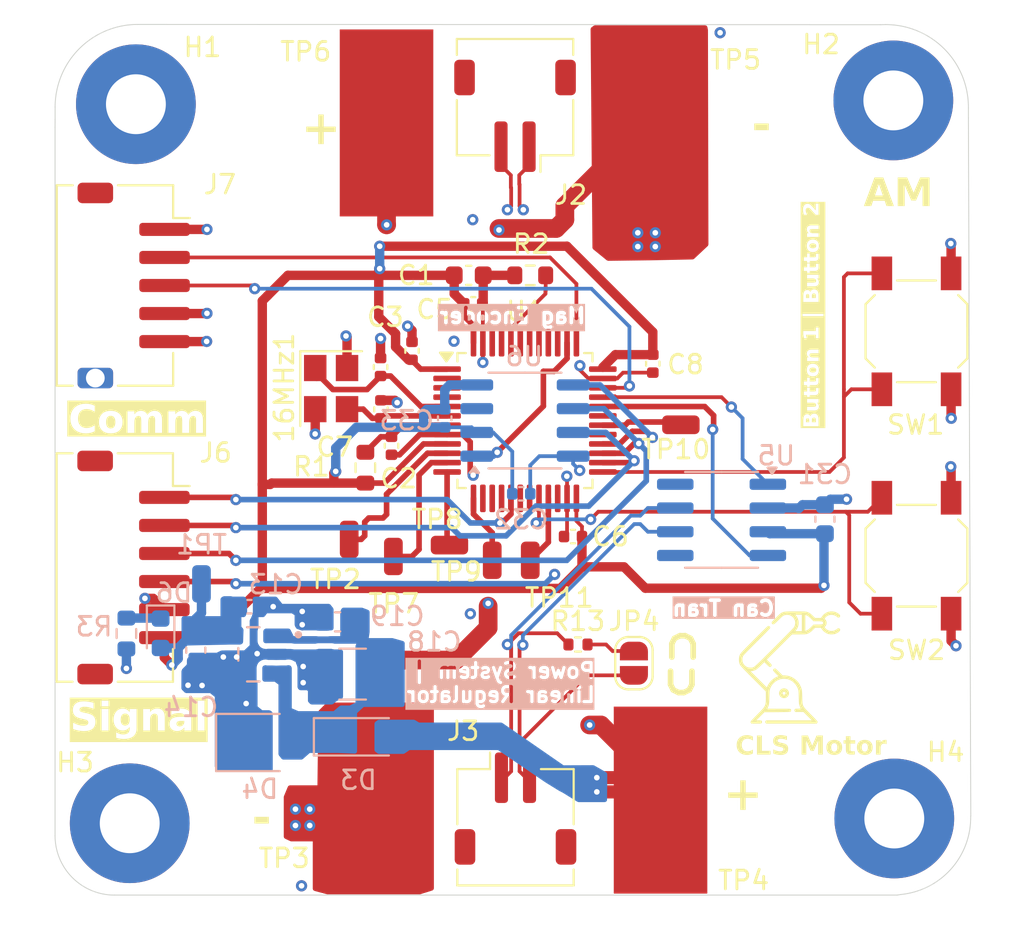
<source format=kicad_pcb>
(kicad_pcb (version 20240108) (generator "pcbnew") (generator_version "8.0")
  (layers (0 "F.Cu" signal) (1 "In1.Cu" power) (2 "In2.Cu" power) (3 "In3.Cu" signal) (4 "In4.Cu" power) (31 "B.Cu" signal) (34 "B.Paste" user) (35 "F.Paste" user) (36 "B.SilkS" user "B.Silkscreen") (37 "F.SilkS" user "F.Silkscreen") (38 "B.Mask" user) (39 "F.Mask" user) (44 "Edge.Cuts" user))
  (property "SHEETTOTAL" "1")
  (net 0 "")
  (net 1 "+3.3V")
  (net 2 "GND")
  (net 3 "CAN_TX")
  (net 4 "CAN_RX")
  (net 5 "VCC")
  (net 6 "/MCU_NRST")
  (net 7 "SPI2_SCK")
  (net 8 "/MCU_BOOT0")
  (net 9 "Net-(JP4-A)")
  (net 10 "BTN_1")
  (net 11 "BTN_2")
  (net 12 "SPI2_MISO")
  (net 13 "/MCU_OSC_IN")
  (net 15 "/MCU_OSC_OUT")
  (net 17 "SPI2_MOSI")
  (net 19 "MT6816_CS")
  (net 23 "VCC_IN_5V")
  (net 25 "/INDEX")
  (net 27 "SWDIO")
  (net 31 "MT6816_AUX_CS")
  (net 34 "SWCLK")
  (net 35 "/ENN")
  (net 44 "/Power Supply/PWR_LED_K")
  (net 45 "/DIR")
  (net 46 "/STEP")
  (net 47 "/PDN_UART")
  (net 48 "/IN_PWN")
  (net 49 "/Connection Ports/CAN_N")
  (net 50 "/Connection Ports/CAN_P")
  (footprint "MountingHole:MountingHole_3.2mm_M3_Pad" (layer "F.Cu") (at 161.8096 112.3752)
    (property "Reference" "H4")
    (property "Value" "MountingHole_Pad")
  )
  (footprint "Connector_Wire:SolderWirePad_1x01_SMD_5x10mm" (layer "F.Cu") (at 134.668 75.1752)
    (property "Reference" "TP6")
    (property "Value" "TestPoint")
  )
  (footprint "Capacitor_SMD:C_0402_1005Metric" (layer "F.Cu") (at 134.3488 88.2306 90)
    (property "Reference" "C4" (hide yes))
    (property "Value" "10pF")
  )
  (footprint "Connector_JST:JST_ZH_S6B-ZR-SM4A-TF_1x06-1MP_P1.50mm_Horizontal" (layer "F.Cu") (at 121.142 98.9522 -90)
    (property "Reference" "J6")
    (property "Value" "Conn_01x06")
  )
  (footprint "Button_Switch_SMD:SW_SPST_SKQG_WithStem" (layer "F.Cu") (at 162.996 98.3212 -90)
    (property "Reference" "SW2")
    (property "Value" "SW_Push")
  )
  (footprint "Connector_Wire:SolderWirePad_1x01_SMD_1x2mm" (layer "F.Cu") (at 138.032 97.7524 90)
    (property "Reference" "TP8")
    (property "Value" "TestPoint")
  )
  (footprint "Jumper:SolderJumper-2_P1.3mm_Open_RoundedPad1.0x1.5mm" (layer "F.Cu") (at 147.892 104.0692 -90)
    (property "Reference" "JP4")
    (property "Value" "SolderJumper_2_Open")
  )
  (footprint "Capacitor_SMD:C_0402_1005Metric" (layer "F.Cu") (at 148.902 88.0492 -90)
    (property "Reference" "C8")
    (property "Value" "100nF" (hide yes))
  )
  (footprint "LOGO" (layer "F.Cu") (at 156.21 104.3)
    (property "Reference" "G***" (hide yes))
    (property "Value" "LOGO" (hide yes))
  )
  (footprint "Capacitor_SMD:C_0402_1005Metric" (layer "F.Cu") (at 134.9332 92.4412 -90)
    (property "Reference" "C2")
    (property "Value" "100nF")
  )
  (footprint "Connector_Wire:SolderWirePad_1x01_SMD_1x2mm" (layer "F.Cu") (at 132.6726 97.4476 180)
    (property "Reference" "TP2")
    (property "Value" "TestPoint")
  )
  (footprint "Connector_Wire:SolderWirePad_1x01_SMD_1x2mm" (layer "F.Cu") (at 135.0348 98.362 180)
    (property "Reference" "TP7")
    (property "Value" "TestPoint")
  )
  (footprint "MountingHole:MountingHole_3.2mm_M3_Pad" (layer "F.Cu") (at 121.2712 74.1736)
    (property "Reference" "H1")
    (property "Value" "MountingHole_Pad")
  )
  (footprint "Connector_Wire:SolderWirePad_1x01_SMD_1x2mm" (layer "F.Cu") (at 140.318 98.5652 180)
    (property "Reference" "TP9")
    (property "Value" "TestPoint")
  )
  (footprint "Button_Switch_SMD:SW_SPST_SKQG_WithStem" (layer "F.Cu") (at 162.996 86.3212 -90)
    (property "Reference" "SW1")
    (property "Value" "SW_Push")
  )
  (footprint "Connector_Wire:SolderWirePad_1x01_SMD_1x2mm" (layer "F.Cu") (at 150.402 91.3192 90)
    (property "Reference" "TP10")
    (property "Value" "TestPoint")
  )
  (footprint "Capacitor_SMD:C_0402_1005Metric" (layer "F.Cu") (at 139.302 84.8492)
    (property "Reference" "C5")
    (property "Value" "100nF" (hide yes))
  )
  (footprint "Connector_JST:JST_ZH_S2B-ZR-SM4A-TF_1x02-1MP_P1.50mm_Horizontal" (layer "F.Cu") (at 141.562 111.8442)
    (property "Reference" "J3")
    (property "Value" "Conn_01x02")
  )
  (footprint "Connector_Wire:SolderWirePad_1x01_SMD_5x10mm" (layer "F.Cu") (at 133.9942 111.421)
    (property "Reference" "TP3")
    (property "Value" "TestPoint")
  )
  (footprint "Connector_Wire:SolderWirePad_1x01_SMD_1x2mm" (layer "F.Cu") (at 142.35 98.5652)
    (property "Reference" "TP11")
    (property "Value" "TestPoint")
  )
  (footprint "Resistor_SMD:R_0402_1005Metric" (layer "F.Cu") (at 144.902 103.0692)
    (property "Reference" "R13")
    (property "Value" "120R")
  )
  (footprint "Connector_Wire:SolderWirePad_1x01_SMD_5x10mm" (layer "F.Cu") (at 148.638 75.1752)
    (property "Reference" "TP5")
    (property "Value" "TestPoint")
  )
  (footprint "Connector_JST:JST_ZH_S5B-ZR-SM4A-TF_1x05-1MP_P1.50mm_Horizontal" (layer "F.Cu") (at 121.152 83.8692 -90)
    (property "Reference" "J7")
    (property "Value" "Conn_01x05")
  )
  (footprint "MountingHole:MountingHole_3.2mm_M3_Pad" (layer "F.Cu") (at 161.7588 73.9704)
    (property "Reference" "H2")
    (property "Value" "MountingHole_Pad")
  )
  (footprint "Resistor_SMD:R_0603_1608Metric" (layer "F.Cu") (at 133.5362 93.6122 -90)
    (property "Reference" "R1")
    (property "Value" "10k")
  )
  (footprint "Capacitor_SMD:C_0402_1005Metric" (layer "F.Cu") (at 144.636 97.2952 180)
    (property "Reference" "C6")
    (property "Value" "100nF" (hide yes))
  )
  (footprint "Capacitor_SMD:C_0603_1608Metric" (layer "F.Cu") (at 139.061 83.3252)
    (property "Reference" "C1")
    (property "Value" "10µF")
  )
  (footprint "MountingHole:MountingHole_3.2mm_M3_Pad" (layer "F.Cu") (at 120.941 112.6292)
    (property "Reference" "H3")
    (property "Value" "MountingHole_Pad")
  )
  (footprint "Crystal:Crystal_SMD_3225-4Pin_3.2x2.5mm" (layer "F.Cu") (at 131.7068 89.3836 -90)
    (property "Reference" "16MHz1")
    (property "Value" "Crystal_GND24" (hide yes))
  )
  (footprint "Capacitor_SMD:C_0402_1005Metric" (layer "F.Cu") (at 136.03 87.3622 90)
    (property "Reference" "C3")
    (property "Value" "100nF" (hide yes))
  )
  (footprint "Connector_JST:JST_ZH_S2B-ZR-SM4A-TF_1x02-1MP_P1.50mm_Horizontal" (layer "F.Cu") (at 141.538 74.7952 180)
    (property "Reference" "J2")
    (property "Value" "Conn_01x02")
  )
  (footprint "Package_QFP:LQFP-48_7x7mm_P0.5mm" (layer "F.Cu") (at 142.0675 91.0922)
    (property "Reference" "U1")
    (property "Value" "STM32F103CBTx")
  )
  (footprint "Capacitor_SMD:C_0402_1005Metric" (layer "F.Cu") (at 134.3688 90.4906 90)
    (property "Reference" "C7")
    (property "Value" "10pF")
  )
  (footprint "Connector_Wire:SolderWirePad_1x01_SMD_5x10mm" (layer "F.Cu") (at 149.315 111.3922)
    (property "Reference" "TP4")
    (property "Value" "TestPoint")
  )
  (footprint "Resistor_SMD:R_0603_1608Metric" (layer "F.Cu") (at 142.35 83.3252)
    (property "Reference" "R2")
    (property "Value" "10k")
  )
  (footprint "Capacitor_SMD:C_0603_1608Metric" (layer "B.Cu") (at 124.4716 103.3706 90)
    (property "Reference" "C14")
    (property "Value" "10µF")
  )
  (footprint "Diode_SMD:D_SOD-123" (layer "B.Cu") (at 133.1442 108.0064)
    (property "Reference" "D3")
    (property "Value" "D_Filled")
  )
  (footprint "Diode_SMD:D_0603_1608Metric" (layer "B.Cu") (at 122.592 102.4692 -90)
    (property "Reference" "D6")
    (property "Value" "RED")
  )
  (footprint "Capacitor_SMD:C_0402_1005Metric" (layer "B.Cu") (at 137.778 90.9732 90)
    (property "Reference" "C33")
    (property "Value" "1µF")
  )
  (footprint "LP2992_3_3:SOT95P280X145-5N" (layer "B.Cu") (at 127.5448 103.5962 180)
    (property "Reference" "U3" (hide yes))
    (property "Value" "LP2992AIM5-3.3")
  )
  (footprint "Capacitor_SMD:C_1210_3225Metric" (layer "B.Cu") (at 132.8554 104.6536 180)
    (property "Reference" "C18")
    (property "Value" "100µF")
  )
  (footprint "Capacitor_SMD:C_0402_1005Metric" (layer "B.Cu") (at 127.3392 101.0468)
    (property "Reference" "C13")
    (property "Value" "0.1µF")
  )
  (footprint "Resistor_SMD:R_0603_1608Metric" (layer "B.Cu") (at 120.7632 102.4814 90)
    (property "Reference" "R3")
    (property "Value" "1.8K")
  )
  (footprint "Package_SO:SOIC-8_3.9x4.9mm_P1.27mm" (layer "B.Cu") (at 152.577 96.4042 180)
    (property "Reference" "U5")
    (property "Value" "SN65HVD232")
  )
  (footprint "Package_SO:SO-8_3.9x4.9mm_P1.27mm" (layer "B.Cu") (at 142.0675 91.0922)
    (property "Reference" "U6")
    (property "Value" "MT6816CT")
  )
  (footprint "Connector_Wire:SolderWirePad_1x01_SMD_1x2mm" (layer "B.Cu") (at 124.7764 99.8276)
    (property "Reference" "TP1")
    (property "Value" "TestPoint")
  )
  (footprint "Capacitor_SMD:C_0603_1608Metric" (layer "B.Cu") (at 158.102 96.3692 90)
    (property "Reference" "C31")
    (property "Value" "10µF")
  )
  (footprint "Diode_SMD:D_SMP_DO-220AA" (layer "B.Cu") (at 127.8483 108.3112)
    (property "Reference" "D4")
    (property "Value" "D_TVS")
  )
  (footprint "Capacitor_SMD:C_0603_1608Metric" (layer "B.Cu") (at 132.0538 101.8596 180)
    (property "Reference" "C19")
    (property "Value" "10µF")
  )
  (footprint "Capacitor_SMD:C_0402_1005Metric" (layer "B.Cu") (at 141.87 95.0092)
    (property "Reference" "C32")
    (property "Value" "100nF")
  )
  (gr_arc (start 120.125 116.4722) (mid 117.879936 115.542264) (end 116.95 113.2972) (stroke (width 0.05)) (layer "Edge.Cuts"))
  (gr_arc (start 116.9532 74.326) (mid 118.247671 71.200871) (end 121.3728 69.9064) (stroke (width 0.05)) (layer "Edge.Cuts"))
  (gr_line (start 165.772 74.3768) (end 165.772 74.9092) (stroke (width 0.05)) (layer "Edge.Cuts"))
  (gr_line (start 116.9532 74.326) (end 116.9532 74.9864) (stroke (width 0.05)) (layer "Edge.Cuts"))
  (gr_line (start 161.073 69.9208) (end 161.3524 69.9154) (stroke (width 0.05)) (layer "Edge.Cuts"))
  (gr_line (start 116.95 75.4092) (end 116.9532 74.9864) (stroke (width 0.05)) (layer "Edge.Cuts"))
  (gr_line (start 161.073 69.9208) (end 121.3728 69.9064) (stroke (width 0.05)) (layer "Edge.Cuts"))
  (gr_line (start 165.899 112.2482) (end 165.772 74.9092) (stroke (width 0.05)) (layer "Edge.Cuts"))
  (gr_arc (start 165.89292 112.248312) (mid 164.848293 115.072449) (end 162.1652 116.4392) (stroke (width 0.05)) (layer "Edge.Cuts"))
  (gr_line (start 116.95 75.4092) (end 116.95 113.2972) (stroke (width 0.05)) (layer "Edge.Cuts"))
  (gr_line (start 120.125 116.4722) (end 161.962 116.4722) (stroke (width 0.05)) (layer "Edge.Cuts"))
  (gr_line (start 161.962 116.4722) (end 162.1652 116.4392) (stroke (width 0.05)) (layer "Edge.Cuts"))
  (gr_arc (start 161.3524 69.9154) (mid 164.489705 71.222095) (end 165.771865 74.369507) (stroke (width 0.05)) (layer "Edge.Cuts"))
  (gr_text "Mag Encoder" (at 145.4012 85.9592 0) (layer "B.SilkS" knockout) (effects (font (size 0.8 0.8) (thickness 0.2) (bold yes)) (justify left bottom mirror)))
  (gr_text "Power System | \nLinear Regulator" (at 145.9092 106.2284 0) (layer "B.SilkS" knockout) (effects (font (size 0.8 0.8) (thickness 0.175) (bold yes)) (justify left bottom mirror)))
  (gr_text "Can Tran\n" (at 155.5104 101.6056 0) (layer "B.SilkS" knockout) (effects (font (size 0.8 0.8) (thickness 0.2) (bold yes)) (justify left bottom mirror)))
  (gr_text "∩" (at 149.3636 103.9424 0) (layer "F.SilkS") (effects (font (size 1.5 1.5) (thickness 0.3) (bold yes)) (justify left bottom)))
  (gr_text "Comm" (at 117.6644 92.0044 0) (layer "F.SilkS" knockout) (effects (font (size 1.5 1.5) (thickness 0.3) (bold yes)) (justify left bottom)))
  (gr_text "+" (at 130.1104 76.612 0) (layer "F.SilkS") (effects (font (size 1.8 1.8) (thickness 0.3) (bold yes)) (justify left bottom)))
  (gr_text "+" (at 152.6656 112.2228 0) (layer "F.SilkS") (effects (font (size 1.8 1.8) (thickness 0.3) (bold yes)) (justify left bottom)))
  (gr_text "-" (at 154.1896 76.4088 0) (layer "F.SilkS") (effects (font (size 1.8 1.8) (thickness 0.3) (bold yes)) (justify left bottom)))
  (gr_text "∩" (at 151.548 104.298 180) (layer "F.SilkS") (effects (font (size 1.5 1.5) (thickness 0.3) (bold yes)) (justify left bottom)))
  (gr_text "AM\n" (at 160.175 79.875 0) (layer "F.SilkS") (effects (font (size 1.5 1.5) (thickness 0.3) (bold yes)) (justify left bottom)))
  (gr_text "CLS Motor" (at 153.3144 109.126 0) (layer "F.SilkS") (effects (font (size 1 1) (thickness 0.25) (bold yes)) (justify left bottom)))
  (gr_text "Button 1 | Button 2\n" (at 157.898 91.4964 90) (layer "F.SilkS" knockout) (effects (font (size 0.8 0.8) (thickness 0.2) (bold yes)) (justify left bottom)))
  (gr_text "Signal" (at 117.75 107.925 0) (layer "F.SilkS" knockout) (effects (font (size 1.5 1.5) (thickness 0.3) (bold yes)) (justify left bottom)))
  (gr_text "-" (at 127.4688 113.4928 0) (layer "F.SilkS") (effects (font (size 1.8 1.8) (thickness 0.3) (bold yes)) (justify left bottom)))
  (segment (start 119.015 88.4522) (end 118.965 88.4022) (width 0.2) (layer "F.Cu") (net 0))
  (segment (start 128.0276 84.6936) (end 128.3092 84.412) (width 0.5) (layer "F.Cu") (net 1))
  (segment (start 138.286 83.3252) (end 138.286 84.3132) (width 0.5) (layer "F.Cu") (net 1))
  (segment (start 139.3175 86.0147) (end 138.822 85.5192) (width 0.3) (layer "F.Cu") (net 1))
  (segment (start 145.116 97.2952) (end 145.116 96.7592) (width 0.2) (layer "F.Cu") (net 1))
  (segment (start 145.116 98.915861) (end 147.358661 98.915861) (width 0.5) (layer "F.Cu") (net 1))
  (segment (start 135.841734 87.8422) (end 136.03 87.8422) (width 0.5) (layer "F.Cu") (net 1))
  (segment (start 134.252 83.3252) (end 134.252 83.0192) (width 0.5) (layer "F.Cu") (net 1))
  (segment (start 146.903 87.5692) (end 146.23 88.2422) (width 0.5) (layer "F.Cu") (net 1))
  (segment (start 139.3175 86.9297) (end 139.3175 86.0147) (width 0.3) (layer "F.Cu") (net 1))
  (segment (start 122.792 102.7022) (end 122.792 103.7674) (width 0.5) (layer "F.Cu") (net 1))
  (segment (start 134.555167 94.4372) (end 136.650167 92.3422) (width 0.3) (layer "F.Cu") (net 1))
  (segment (start 122.792 102.7022) (end 125.3054 102.7022) (width 0.5) (layer "F.Cu") (net 1))
  (segment (start 138.286 83.3252) (end 134.252 83.3252) (width 0.5) (layer "F.Cu") (net 1))
  (segment (start 133.5362 94.4372) (end 134.555167 94.4372) (width 0.3) (layer "F.Cu") (net 1))
  (segment (start 128.0276 94.5092) (end 128.452 94.5092) (width 0.5) (layer "F.Cu") (net 1))
  (segment (start 134.252 83.3252) (end 129.396 83.3252) (width 0.5) (layer "F.Cu") (net 1))
  (segment (start 144.312 81.7692) (end 148.902 86.3592) (width 0.5) (layer "F.Cu") (net 1))
  (segment (start 136.650167 92.3422) (end 137.905 92.3422) (width 0.3) (layer "F.Cu") (net 1))
  (segment (start 135.152 86.445739) (end 135.152 87.152466) (width 0.5) (layer "F.Cu") (net 1))
  (segment (start 134.252 83.3252) (end 134.252 85.545739) (width 0.5) (layer "F.Cu") (net 1))
  (segment (start 131.852 94.4372) (end 131.852 93.9092) (width 0.5) (layer "F.Cu") (net 1))
  (segment (start 128.452 94.5092) (end 128.524 94.4372) (width 0.5) (layer "F.Cu") (net 1))
  (segment (start 128.524 94.4372) (end 131.852 94.4372) (width 0.5) (layer "F.Cu") (net 1))
  (segment (start 147.358661 98.915861) (end 148.502 100.0592) (width 0.5) (layer "F.Cu") (net 1))
  (segment (start 134.252 83.0192) (end 134.302 82.9692) (width 0.5) (layer "F.Cu") (net 1))
  (segment (start 134.252 85.545739) (end 135.152 86.445739) (width 0.5) (layer "F.Cu") (net 1))
  (segment (start 136.495 88.3422) (end 137.905 88.3422) (width 0.3) (layer "F.Cu") (net 1))
  (segment (start 134.302 81.7692) (end 144.312 81.7692) (width 0.5) (layer "F.Cu") (net 1))
  (segment (start 128.0276 94.5092) (end 128.0276 84.6936) (width 0.5) (layer "F.Cu") (net 1))
  (segment (start 145.116 98.915861) (end 145.116 97.2952) (width 0.5) (layer "F.Cu") (net 1))
  (segment (start 136.03 87.8422) (end 136.03 87.8772) (width 0.3) (layer "F.Cu") (net 1))
  (segment (start 135.152 87.152466) (end 135.841734 87.8422) (width 0.5) (layer "F.Cu") (net 1))
  (segment (start 157.902 100.0592) (end 158.052 99.9092) (width 0.5) (layer "F.Cu") (net 1))
  (segment (start 131.852 94.4372) (end 133.5362 94.4372) (width 0.5) (layer "F.Cu") (net 1))
  (segment (start 145.116 96.7592) (end 144.8175 96.4607) (width 0.2) (layer "F.Cu") (net 1))
  (segment (start 144.8175 96.4607) (end 144.8175 95.2547) (width 0.2) (layer "F.Cu") (net 1))
  (segment (start 125.3054 102.7022) (end 128.0276 99.98) (width 0.5) (layer "F.Cu") (net 1))
  (segment (start 143.962661 100.0692) (end 145.116 98.915861) (width 0.5) (layer "F.Cu") (net 1))
  (segment (start 129.396 83.3252) (end 128.3092 84.412) (width 0.5) (layer "F.Cu") (net 1))
  (segment (start 128.0276 99.98) (end 128.0276 94.5092) (width 0.5) (layer "F.Cu") (net 1))
  (segment (start 138.822 85.5192) (end 138.822 84.8492) (width 0.3) (layer "F.Cu") (net 1))
  (segment (start 122.792 103.7674) (end 123.19 104.1654) (width 0.5) (layer "F.Cu") (net 1))
  (segment (start 131.852 93.9092) (end 131.952 93.8092) (width 0.5) (layer "F.Cu") (net 1))
  (segment (start 138.286 84.3132) (end 138.822 84.8492) (width 0.5) (layer "F.Cu") (net 1))
  (segment (start 136.03 87.8772) (end 136.495 88.3422) (width 0.3) (layer "F.Cu") (net 1))
  (segment (start 128.0276 99.98) (end 128.1168 100.0692) (width 0.5) (layer "F.Cu") (net 1))
  (segment (start 148.502 100.0592) (end 157.902 100.0592) (width 0.5) (layer "F.Cu") (net 1))
  (segment (start 148.902 86.3592) (end 148.902 87.5692) (width 0.5) (layer "F.Cu") (net 1))
  (segment (start 128.1168 100.0692) (end 143.962661 100.0692) (width 0.5) (layer "F.Cu") (net 1))
  (segment (start 148.902 87.5692) (end 146.903 87.5692) (width 0.5) (layer "F.Cu") (net 1))
  (via (at 131.952 93.8092) (size 0.6) (drill 0.3) (layers "F.Cu" "B.Cu") (net 1))
  (via (at 158.052 99.9092) (size 0.6) (drill 0.3) (layers "F.Cu" "B.Cu") (net 1))
  (via (at 123.19 104.1654) (size 0.6) (drill 0.3) (layers "F.Cu" "B.Cu") (net 1))
  (via (at 134.302 81.7692) (size 0.6) (drill 0.3) (layers "F.Cu" "B.Cu") (net 1))
  (via (at 134.302 82.9692) (size 0.6) (drill 0.3) (layers "F.Cu" "B.Cu") (net 1))
  (segment (start 123.5317 103.2567) (end 122.592 103.2567) (width 0.5) (layer "B.Cu") (net 1))
  (segment (start 123.5317 103.8237) (end 123.5317 103.2567) (width 0.5) (layer "B.Cu") (net 1))
  (segment (start 155.157 97.1442) (end 155.052 97.0392) (width 0.5) (layer "B.Cu") (net 1))
  (segment (start 158.052 99.9092) (end 158.052 97.1942) (width 0.5) (layer "B.Cu") (net 1))
  (segment (start 136.652 91.4532) (end 137.778 91.4532) (width 0.5) (layer "B.Cu") (net 1))
  (segment (start 133.058 91.4532) (end 136.652 91.4532) (width 0.5) (layer "B.Cu") (net 1))
  (segment (start 158.052 97.1942) (end 158.102 97.1442) (width 0.5) (layer "B.Cu") (net 1))
  (segment (start 124.4716 102.5956) (end 124.1928 102.5956) (width 0.5) (layer "B.Cu") (net 1))
  (segment (start 123.19 104.1654) (end 123.5317 103.8237) (width 0.5) (layer "B.Cu") (net 1))
  (segment (start 124.4716 101.6896) (end 124.7764 101.3848) (width 0.5) (layer "B.Cu") (net 1))
  (segment (start 124.1928 102.5956) (end 123.5317 103.2567) (width 0.5) (layer "B.Cu") (net 1))
  (segment (start 137.778 91.4532) (end 139.2185 91.4532) (width 0.2) (layer "B.Cu") (net 1))
  (segment (start 131.952 92.5592) (end 133.058 91.4532) (width 0.5) (layer "B.Cu") (net 1))
  (segment (start 136.652 91.4532) (end 136.652 90.6592) (width 0.5) (layer "B.Cu") (net 1))
  (segment (start 124.4716 102.5956) (end 124.4716 101.6896) (width 0.5) (layer "B.Cu") (net 1))
  (segment (start 141.39 92.749701) (end 140.367499 91.7272) (width 0.2) (layer "B.Cu") (net 1))
  (segment (start 136.652 90.6592) (end 136.818 90.4932) (width 0.5) (layer "B.Cu") (net 1))
  (segment (start 141.39 95.0092) (end 141.39 92.749701) (width 0.2) (layer "B.Cu") (net 1))
  (segment (start 136.818 90.4932) (end 137.778 90.4932) (width 0.5) (layer "B.Cu") (net 1))
  (segment (start 139.2185 91.4532) (end 139.4925 91.7272) (width 0.2) (layer "B.Cu") (net 1))
  (segment (start 158.102 97.1442) (end 155.157 97.1442) (width 0.5) (layer "B.Cu") (net 1))
  (segment (start 137.778 90.4932) (end 137.778 89.4504) (width 0.5) (layer "B.Cu") (net 1))
  (segment (start 131.952 93.8092) (end 131.952 92.5592) (width 0.5) (layer "B.Cu") (net 1))
  (segment (start 124.7764 101.3848) (end 124.7764 99.8276) (width 0.5) (layer "B.Cu") (net 1))
  (segment (start 137.778 89.4504) (end 138.0412 89.1872) (width 0.5) (layer "B.Cu") (net 1))
  (segment (start 140.367499 91.7272) (end 139.4925 91.7272) (width 0.2) (layer "B.Cu") (net 1))
  (segment (start 138.0412 89.1872) (end 139.4925 89.1872) (width 0.5) (layer "B.Cu") (net 1))
  (segment (start 134.302 82.9692) (end 134.302 81.7692) (width 0.5) (layer "B.Cu") (net 1))
  (segment (start 134.3488 87.7506) (end 134.3488 86.7036) (width 0.5) (layer "F.Cu") (net 2))
  (segment (start 144.2 79.6132) (end 144.2 80.35) (width 1) (layer "F.Cu") (net 2))
  (segment (start 164.846 101.4212) (end 164.846 102.8748) (width 0.5) (layer "F.Cu") (net 2))
  (segment (start 134.3488 86.7036) (end 134.349 86.7034) (width 0.5) (layer "F.Cu") (net 2))
  (segment (start 143.7308 80.8192) (end 140.679999 80.8192) (width 1) (layer "F.Cu") (net 2))
  (segment (start 125.0596 85.3692) (end 125.0696 85.3592) (width 0.5) (layer "F.Cu") (net 2))
  (segment (start 135.1162 90.0106) (end 135.238 90.1324) (width 0.5) (layer "F.Cu") (net 2))
  (segment (start 138.74562 91.8422) (end 139.141057 92.237637) (width 0.3) (layer "F.Cu") (net 2))
  (segment (start 139.836 84.7952) (end 139.782 84.8492) (width 0.5) (layer "F.Cu") (net 2))
  (segment (start 125.0696 80.8692) (end 122.802 80.8692) (width 0.5) (layer "F.Cu") (net 2))
  (segment (start 136.03 86.8822) (end 136.03 86.2762) (width 0.5) (layer "F.Cu") (net 2))
  (segment (start 144.156 97.2952) (end 144.3175 97.1337) (width 0.2) (layer "F.Cu") (net 2))
  (segment (start 146.99991 88.8422) (end 146.23 88.8422) (width 0.2) (layer "F.Cu") (net 2))
  (segment (start 139.141057 93.962552) (end 139.244543 93.962552) (width 0.3) (layer "F.Cu") (net 2))
  (segment (start 145.46009 88.8422) (end 145.00327 88.38538) (width 0.2) (layer "F.Cu") (net 2))
  (segment (start 122.715 101.2022) (end 123.905 101.2022) (width 0.2) (layer "F.Cu") (net 2))
  (segment (start 137.905 91.8422) (end 138.74562 91.8422) (width 0.3) (layer "F.Cu") (net 2))
  (segment (start 122.802 86.8692) (end 125.042 86.8692) (width 0.5) (layer "F.Cu") (net 2))
  (segment (start 132.5568 86.624) (end 132.502 86.5692) (width 0.5) (layer "F.Cu") (net 2))
  (segment (start 148.638 75.1752) (end 144.2 79.6132) (width 1) (layer "F.Cu") (net 2))
  (segment (start 148.902 88.5292) (end 147.31291 88.5292) (width 0.2) (layer "F.Cu") (net 2))
  (segment (start 144.3175 94.0811) (end 144.3058 94.0694) (width 0.2) (layer "F.Cu") (net 2))
  (segment (start 164.846 89.4212) (end 164.846 90.9622) (width 0.5) (layer "F.Cu") (net 2))
  (segment (start 164.846 95.2212) (end 164.846 93.5784) (width 0.5) (layer "F.Cu") (net 2))
  (segment (start 164.846 90.9622) (end 164.8544 90.9706) (width 0.5) (layer "F.Cu") (net 2))
  (segment (start 130.8568 91.8044) (end 130.852 91.8092) (width 0.5) (layer "F.Cu") (net 2))
  (segment (start 144.2 80.35) (end 143.7308 80.8192) (width 1) (layer "F.Cu") (net 2))
  (segment (start 140.1 102.175) (end 140.1 101.0192) (width 1) (layer "F.Cu") (net 2))
  (segment (start 134.3688 90.0106) (end 135.1162 90.0106) (width 0.5) (layer "F.Cu") (net 2))
  (segment (start 130.8568 90.4836) (end 130.8568 91.8044) (width 0.5) (layer "F.Cu") (net 2))
  (segment (start 125.042 86.8692) (end 125.052 86.8592) (width 0.5) (layer "F.Cu") (net 2))
  (segment (start 136.03 86.2762) (end 135.7968 86.043) (width 0.5) (layer "F.Cu") (net 2))
  (segment (start 144.3175 95.2547) (end 144.3175 94.0811) (width 0.2) (layer "F.Cu") (net 2))
  (segment (start 164.846 81.6404) (end 164.829 81.6234) (width 0.5) (layer "F.Cu") (net 2))
  (segment (start 136.443061 91.8422) (end 137.905 91.8422) (width 0.3) (layer "F.Cu") (net 2))
  (segment (start 121.752 100.6022) (end 122.192 100.6022) (width 0.5) (layer "F.Cu") (net 2))
  (segment (start 134.9332 92.9212) (end 135.364061 92.9212) (width 0.3) (layer "F.Cu") (net 2))
  (segment (start 139.8175 86.9297) (end 139.8175 84.8847) (width 0.2) (layer "F.Cu") (net 2))
  (segment (start 132.5568 88.2836) (end 132.5568 86.624) (width 0.5) (layer "F.Cu") (net 2))
  (segment (start 164.846 93.5784) (end 164.829 93.5614) (width 0.5) (layer "F.Cu") (net 2))
  (segment (start 145.00327 88.38538) (end 145.00327 88.15643) (width 0.2) (layer "F.Cu") (net 2))
  (segment (start 139.782 86.8942) (end 139.8175 86.9297) (width 0.2) (layer "F.Cu") (net 2))
  (segment (start 147.31291 88.5292) (end 146.99991 88.8422) (width 0.2) (layer "F.Cu") (net 2))
  (segment (start 139.8175 86.9297) (end 139.8175 87.981552) (width 0.2) (layer "F.Cu") (net 2))
  (segment (start 138.375 103.9) (end 140.1 102.175) (width 1) (layer "F.Cu") (net 2))
  (segment (start 164.846 102.8748) (end 165.1084 103.1372) (width 0.5) (layer "F.Cu") (net 2))
  (segment (start 122.802 85.3692) (end 125.0596 85.3692) (width 0.5) (layer "F.Cu") (net 2))
  (segment (start 135.364061 92.9212) (end 136.443061 91.8422) (width 0.3) (layer "F.Cu") (net 2))
  (segment (start 139.8175 84.8847) (end 139.782 84.8492) (width 0.2) (layer "F.Cu") (net 2))
  (segment (start 139.141057 92.237637) (end 139.141057 93.962552) (width 0.3) (layer "F.Cu") (net 2))
  (segment (start 135.238 90.1324) (end 135.23558 90.13482) (width 0.5) (layer "F.Cu") (net 2))
  (segment (start 164.846 83.2212) (end 164.846 81.6404) (width 0.5) (layer "F.Cu") (net 2))
  (segment (start 133.9942 105.3558) (end 135.45 103.9) (width 1) (layer "F.Cu") (net 2))
  (segment (start 148.638 76.836171) (end 148.638 75.1752) (width 0.7) (layer "F.Cu") (net 2))
  (segment (start 139.836 83.3252) (end 139.836 84.7952) (width 0.5) (layer "F.Cu") (net 2))
  (segment (start 122.192 100.6022) (end 122.792 101.2022) (width 0.5) (layer "F.Cu") (net 2))
  (segment (start 133.9942 111.421) (end 133.9942 105.3558) (width 1) (layer "F.Cu") (net 2))
  (segment (start 135.45 103.9) (end 138.375 103.9) (width 1) (layer "F.Cu") (net 2))
  (segment (start 144.3175 97.1337) (end 144.3175 95.2547) (width 0.2) (layer "F.Cu") (net 2))
  (segment (start 122.792 101.2022) (end 122.352 101.2022) (width 0.7) (layer "F.Cu") (net 2))
  (segment (start 146.23 88.8422) (end 145.46009 88.8422) (width 0.2) (layer "F.Cu") (net 2))
  (segment (start 141.525 83.3252) (end 139.836 83.3252) (width 0.5) (layer "F.Cu") (net 2))
  (segment (start 139.244543 93.962552) (end 139.299192 94.017201) (width 0.3) (layer "F.Cu") (net 2))
  (via (at 135.23558 90.13482) (size 0.6) (drill 0.3) (layers "F.Cu" "B.Cu") (net 2))
  (via (at 130.563 112.75) (size 0.6) (drill 0.3) (layers "F.Cu" "B.Cu") (net 2))
  (via (at 125.9448 103.7392) (size 0.6) (drill 0.3) (layers "F.Cu" "B.Cu") (net 2))
  (via (at 164.829 93.5614) (size 0.6) (drill 0.3) (layers "F.Cu" "B.Cu") (net 2))
  (via (at 130.852 91.8092) (size 0.6) (drill 0.3) (layers "F.Cu" "B.Cu") (net 2))
  (via (at 130.1612 101.3008) (size 0.6) (drill 0.3) (layers "F.Cu" "B.Cu") (net 2))
  (via (at 148.1 81.788) (size 0.6) (drill 0.3) (layers "F.Cu" "B.Cu") (net 2))
  (via (at 130.212 105.1108) (size 0.6) (drill 0.3) (layers "F.Cu" "B.Cu") (net 2))
  (via (at 139.15 101.425) (size 0.6) (drill 0.3) (layers "F.Cu" "B.Cu") (net 2))
  (via (at 164.8544 90.9706) (size 0.6) (drill 0.3) (layers "F.Cu" "B.Cu") (net 2))
  (via (at 134.349 86.7034) (size 0.6) (drill 0.3) (layers "F.Cu" "B.Cu") (net 2))
  (via (at 120.7632 104.3488) (size 0.6) (drill 0.3) (layers "F.Cu" "B.Cu") (net 2))
  (via (at 139.275 80.35) (size 0.6) (drill 0.3) (layers "F.Cu" "B.Cu") (net 2))
  (via (at 128.6092 101.0468) (size 0.6) (drill 0.3) (layers "F.Cu" "B.Cu") (net 2))
  (via (at 144.3058 94.0694) (size 0.6) (drill 0.3) (layers "F.Cu" "B.Cu") (net 2))
  (via (at 124.0568 105.2488) (size 0.6) (drill 0.3) (layers "F.Cu" "B.Cu") (net 2))
  (via (at 129.8 111.875) (size 0.6) (drill 0.3) (layers "F.Cu" "B.Cu") (net 2))
  (via (at 149.0346 81.788) (size 0.6) (drill 0.3) (layers "F.Cu" "B.Cu") (net 2))
  (via (at 145.00327 88.15643) (size 0.6) (drill 0.3) (layers "F.Cu" "B.Cu") (net 2))
  (via (at 130.563 111.875) (size 0.6) (drill 0.3) (layers "F.Cu" "B.Cu") (net 2))
  (via (at 139.8175 87.981552) (size 0.6) (drill 0.3) (layers "F.Cu" "B.Cu") (net 2))
  (via (at 130.212 104.2472) (size 0.6) (drill 0.3) (layers "F.Cu" "B.Cu") (net 2))
  (via (at 140.679999 80.9) (size 0.6) (drill 0.3) (layers "F.Cu" "B.Cu") (net 2))
  (via (at 129.8 112.75) (size 0.6) (drill 0.3) (layers "F.Cu" "B.Cu") (net 2))
  (via (at 124.8076 105.2618) (size 0.6) (drill 0.3) (layers "F.Cu" "B.Cu") (net 2))
  (via (at 144.9925 93.758756) (size 0.6) (drill 0.3) (layers "F.Cu" "B.Cu") (net 2))
  (via (at 159.258 95.3008) (size 0.6) (drill 0.3) (layers "F.Cu" "B.Cu") (net 2))
  (via (at 125.0696 85.3592) (size 0.6) (drill 0.3) (layers "F.Cu" "B.Cu") (net 2))
  (via (at 125.0696 80.8692) (size 0.6) (drill 0.3) (layers "F.Cu" "B.Cu") (net 2))
  (via (at 138.275 86.85) (size 0.6) (drill 0.3) (layers "F.Cu" "B.Cu") (net 2))
  (via (at 130.1612 102.012) (size 0.6) (drill 0.3) (layers "F.Cu" "B.Cu") (net 2))
  (via (at 126.656 103.7392) (size 0.6) (drill 0.3) (layers "F.Cu" "B.Cu") (net 2))
  (via (at 130.125 115.975) (size 0.6) (drill 0.3) (layers "F.Cu" "B.Cu") (net 2))
  (via (at 164.829 81.6234) (size 0.6) (drill 0.3) (layers "F.Cu" "B.Cu") (net 2))
  (via (at 152.5 70.35) (size 0.6) (drill 0.3) (layers "F.Cu" "B.Cu") (net 2))
  (via (at 135.7968 86.043) (size 0.6) (drill 0.3) (layers "F.Cu" "B.Cu") (net 2))
  (via (at 127.164 106.2284) (size 0.6) (drill 0.3) (layers "F.Cu" "B.Cu") (net 2))
  (via (at 139.299192 94.017201) (size 0.6) (drill 0.3) (layers "F.Cu" "B.Cu") (net 2))
  (via (at 132.502 86.5692) (size 0.6) (drill 0.3) (layers "F.Cu" "B.Cu") (net 2))
  (via (at 148.1 81.05) (size 0.6) (drill 0.3) (layers "F.Cu" "B.Cu") (net 2))
  (via (at 140.1 100.8692) (size 0.6) (drill 0.3) (layers "F.Cu" "B.Cu") (net 2))
  (via (at 121.752 100.6022) (size 0.6) (drill 0.3) (layers "F.Cu" "B.Cu") (net 2))
  (via (at 149.0346 81.05) (size 0.6) (drill 0.3) (layers "F.Cu" "B.Cu") (net 2))
  (via (at 165.1084 103.1372) (size 0.6) (drill 0.3) (layers "F.Cu" "B.Cu") (net 2))
  (via (at 125.052 86.8592) (size 0.6) (drill 0.3) (layers "F.Cu" "B.Cu") (net 2))
  (via (at 127.752 103.5592) (size 0.6) (drill 0.3) (layers "F.Cu" "B.Cu") (net 2))
  (segment (start 142.35 95.0092) (end 142.35 93.4852) (width 0.2) (layer "B.Cu") (net 2))
  (segment (start 120.7632 103.3064) (end 120.7632 104.3488) (width 0.5) (layer "B.Cu") (net 2))
  (segment (start 156.7 95.8) (end 156.6692 95.7692) (width 0.5) (layer "B.Cu") (net 2))
  (segment (start 156.9058 95.5942) (end 156.7 95.8) (width 0.5) (layer "B.Cu") (net 2))
  (segment (start 159.258 95.3008) (end 158.3954 95.3008) (width 0.5) (layer "B.Cu") (net 2))
  (segment (start 158.3954 95.3008) (end 158.102 95.5942) (width 0.5) (layer "B.Cu") (net 2))
  (segment (start 144.6425 93.408756) (end 144.9925 93.758756) (width 0.2) (layer "B.Cu") (net 2))
  (segment (start 156.6692 95.7692) (end 155.052 95.7692) (width 0.5) (layer "B.Cu") (net 2))
  (segment (start 142.838 92.9972) (end 144.6425 92.9972) (width 0.2) (layer "B.Cu") (net 2))
  (segment (start 144.6425 92.9972) (end 144.6425 93.408756) (width 0.2) (layer "B.Cu") (net 2))
  (segment (start 142.35 93.4852) (end 142.838 92.9972) (width 0.2) (layer "B.Cu") (net 2))
  (segment (start 158.102 95.5942) (end 156.9058 95.5942) (width 0.5) (layer "B.Cu") (net 2))
  (segment (start 153.102 90.3692) (end 152.575 89.8422) (width 0.2) (layer "F.Cu") (net 3))
  (segment (start 152.575 89.8422) (end 146.23 89.8422) (width 0.2) (layer "F.Cu") (net 3))
  (via (at 153.102 90.3692) (size 0.6) (drill 0.3) (layers "F.Cu" "B.Cu") (net 3))
  (segment (start 153.702 93.1492) (end 153.702 90.9692) (width 0.2) (layer "B.Cu") (net 3))
  (segment (start 155.052 94.4992) (end 153.702 93.1492) (width 0.2) (layer "B.Cu") (net 3))
  (segment (start 153.702 90.9692) (end 153.102 90.3692) (width 0.2) (layer "B.Cu") (net 3))
  (segment (start 151.675 90.3422) (end 152.152 90.8192) (width 0.3) (layer "F.Cu") (net 4))
  (segment (start 152.152 91.5192) (end 152.102 91.5692) (width 0.3) (layer "F.Cu") (net 4))
  (segment (start 146.23 90.3422) (end 151.675 90.3422) (width 0.3) (layer "F.Cu") (net 4))
  (segment (start 152.152 90.8192) (end 152.152 91.5192) (width 0.3) (layer "F.Cu") (net 4))
  (via (at 152.102 91.5692) (size 0.6) (drill 0.3) (layers "F.Cu" "B.Cu") (net 4))
  (segment (start 154.077001 98.3092) (end 152.102 96.334199) (width 0.2) (layer "B.Cu") (net 4))
  (segment (start 152.102 96.334199) (end 152.102 91.5692) (width 0.2) (layer "B.Cu") (net 4))
  (segment (start 155.052 98.3092) (end 154.077001 98.3092) (width 0.2) (layer "B.Cu") (net 4))
  (segment (start 133.5362 92.7872) (end 134.3622 91.9612) (width 0.3) (layer "F.Cu") (net 6))
  (segment (start 134.3622 91.9612) (end 134.9332 91.9612) (width 0.3) (layer "F.Cu") (net 6))
  (segment (start 135.5522 91.3422) (end 137.905 91.3422) (width 0.3) (layer "F.Cu") (net 6))
  (segment (start 134.9332 91.9612) (end 135.5522 91.3422) (width 0.3) (layer "F.Cu") (net 6))
  (segment (start 126.497 96.7022) (end 126.614 96.8192) (width 0.3) (layer "F.Cu") (net 7))
  (segment (start 147.802 93.3422) (end 146.23 93.3422) (width 0.3) (layer "F.Cu") (net 7))
  (segment (start 147.902 93.2422) (end 147.802 93.3422) (width 0.3) (layer "F.Cu") (net 7))
  (segment (start 122.792 96.7022) (end 126.497 96.7022) (width 0.3) (layer "F.Cu") (net 7))
  (via (at 147.902 93.2422) (size 0.6) (drill 0.3) (layers "F.Cu" "B.Cu") (net 7))
  (via (at 126.614 96.8192) (size 0.6) (drill 0.3) (layers "F.Cu" "B.Cu") (net 7))
  (segment (start 145.475 95.6692) (end 147.902 93.2422) (width 0.3) (layer "B.Cu") (net 7))
  (segment (start 142.648261 95.6692) (end 145.475 95.6692) (width 0.3) (layer "B.Cu") (net 7))
  (segment (start 141.060236 97.257225) (end 142.648261 95.6692) (width 0.3) (layer "B.Cu") (net 7))
  (segment (start 146.387 91.7272) (end 147.902 93.2422) (width 0.3) (layer "B.Cu") (net 7))
  (segment (start 138.152 96.8192) (end 138.590025 97.257225) (width 0.3) (layer "B.Cu") (net 7))
  (segment (start 126.614 96.8192) (end 138.152 96.8192) (width 0.3) (layer "B.Cu") (net 7))
  (segment (start 144.6425 91.7272) (end 146.387 91.7272) (width 0.3) (layer "B.Cu") (net 7))
  (segment (start 138.590025 97.257225) (end 141.060236 97.257225) (width 0.3) (layer "B.Cu") (net 7))
  (segment (start 143.1628 84.31449) (end 143.1628 84.1888) (width 0.2) (layer "F.Cu") (net 8))
  (segment (start 143.1628 84.1888) (end 143.175 84.1766) (width 0.2) (layer "F.Cu") (net 8))
  (segment (start 143.175 84.1766) (end 143.175 83.3252) (width 0.2) (layer "F.Cu") (net 8))
  (segment (start 141.3175 86.15979) (end 143.1628 84.31449) (width 0.2) (layer "F.Cu") (net 8))
  (segment (start 141.3175 86.9297) (end 141.3175 86.15979) (width 0.2) (layer "F.Cu") (net 8))
  (segment (start 146.402 103.0692) (end 145.412 103.0692) (width 0.2) (layer "F.Cu") (net 9))
  (segment (start 146.752 103.4192) (end 146.402 103.0692) (width 0.2) (layer "F.Cu") (net 9))
  (segment (start 147.892 103.4192) (end 146.752 103.4192) (width 0.2) (layer "F.Cu") (net 9))
  (segment (start 146.23 93.8422) (end 158.3462 93.8422) (width 0.2) (layer "F.Cu") (net 10))
  (segment (start 161.146 89.4212) (end 159.516 89.4212) (width 0.2) (layer "F.Cu") (net 10))
  (segment (start 159.516 89.4212) (end 159.1172 89.82) (width 0.2) (layer "F.Cu") (net 10))
  (segment (start 161.146 83.2212) (end 161.146 83.5712) (width 0.2) (layer "F.Cu") (net 10))
  (segment (start 158.3462 93.8422) (end 159.1172 93.0712) (width 0.2) (layer "F.Cu") (net 10))
  (segment (start 159.1172 89.82) (end 159.1172 89.4212) (width 0.2) (layer "F.Cu") (net 10))
  (segment (start 159.1172 83.4192) (end 159.3152 83.2212) (width 0.2) (layer "F.Cu") (net 10))
  (segment (start 159.3152 83.2212) (end 161.146 83.2212) (width 0.2) (layer "F.Cu") (net 10))
  (segment (start 159.1172 93.0712) (end 159.1172 89.82) (width 0.2) (layer "F.Cu") (net 10))
  (segment (start 159.1172 89.4212) (end 159.1172 83.4192) (width 0.2) (layer "F.Cu") (net 10))
  (segment (start 159.402 100.8192) (end 159.402 96.1524) (width 0.2) (layer "F.Cu") (net 11))
  (segment (start 161.146 101.4212) (end 160.004 101.4212) (width 0.2) (layer "F.Cu") (net 11))
  (segment (start 161.146 95.2212) (end 160.398 95.9692) (width 0.2) (layer "F.Cu") (net 11))
  (segment (start 160.004 101.4212) (end 159.402 100.8192) (width 0.2) (layer "F.Cu") (net 11))
  (segment (start 159.2188 95.9692) (end 145.985364 95.9692) (width 0.2) (layer "F.Cu") (net 11))
  (segment (start 160.398 95.9692) (end 159.402 95.9692) (width 0.2) (layer "F.Cu") (net 11))
  (segment (start 142.6675 96.5692) (end 142.8175 96.4192) (width 0.2) (layer "F.Cu") (net 11))
  (segment (start 159.402 96.1524) (end 159.2188 95.9692) (width 0.2) (layer "F.Cu") (net 11))
  (segment (start 159.402 95.9692) (end 159.2188 95.9692) (width 0.2) (layer "F.Cu") (net 11))
  (segment (start 142.8175 96.4192) (end 142.8175 95.2547) (width 0.2) (layer "F.Cu") (net 11))
  (segment (start 145.985364 95.9692) (end 145.578087 96.376477) (width 0.2) (layer "F.Cu") (net 11))
  (via (at 142.6675 96.5692) (size 0.6) (drill 0.3) (layers "F.Cu" "B.Cu") (net 11))
  (via (at 145.578087 96.376477) (size 0.6) (drill 0.3) (layers "F.Cu" "B.Cu") (net 11))
  (segment (start 145.578087 96.376477) (end 142.860223 96.376477) (width 0.2) (layer "B.Cu") (net 11))
  (segment (start 142.860223 96.376477) (end 142.6675 96.5692) (width 0.2) (layer "B.Cu") (net 11))
  (segment (start 126.247 98.2022) (end 126.614 98.5692) (width 0.3) (layer "F.Cu") (net 12))
  (segment (start 147.382761 92.8422) (end 146.23 92.8422) (width 0.3) (layer "F.Cu") (net 12))
  (segment (start 148.152 92.3192) (end 147.905761 92.3192) (width 0.3) (layer "F.Cu") (net 12))
  (segment (start 147.905761 92.3192) (end 147.382761 92.8422) (width 0.3) (layer "F.Cu") (net 12))
  (segment (start 122.792 98.2022) (end 126.247 98.2022) (width 0.3) (layer "F.Cu") (net 12))
  (via (at 148.152 92.3192) (size 0.6) (drill 0.3) (layers "F.Cu" "B.Cu") (net 12))
  (via (at 126.614 98.5692) (size 0.6) (drill 0.3) (layers "F.Cu" "B.Cu") (net 12))
  (segment (start 144.6425 90.4572) (end 146.29 90.4572) (width 0.3) (layer "B.Cu") (net 12))
  (segment (start 148.552 94.321803) (end 148.552 92.7192) (width 0.3) (layer "B.Cu") (net 12))
  (segment (start 146.29 90.4572) (end 148.152 92.3192) (width 0.3) (layer "B.Cu") (net 12))
  (segment (start 144.304603 98.5692) (end 148.552 94.321803) (width 0.3) (layer "B.Cu") (net 12))
  (segment (start 148.552 92.7192) (end 148.152 92.3192) (width 0.3) (layer "B.Cu") (net 12))
  (segment (start 126.614 98.5692) (end 144.304603 98.5692) (width 0.3) (layer "B.Cu") (net 12))
  (segment (start 130.9336 88.828) (end 130.9336 88.626) (width 0.3) (layer "F.Cu") (net 13))
  (segment (start 134.3488 88.7106) (end 134.8838 88.7106) (width 0.3) (layer "F.Cu") (net 13))
  (segment (start 133.6258 89.4336) (end 131.8048 89.4336) (width 0.3) (layer "F.Cu") (net 13))
  (segment (start 136.5154 90.3422) (end 137.905 90.3422) (width 0.3) (layer "F.Cu") (net 13))
  (segment (start 134.8838 88.7106) (end 136.5154 90.3422) (width 0.3) (layer "F.Cu") (net 13))
  (segment (start 131.8048 89.4336) (end 130.8568 88.4856) (width 0.3) (layer "F.Cu") (net 13))
  (segment (start 134.3488 88.7106) (end 133.6258 89.4336) (width 0.3) (layer "F.Cu") (net 13))
  (segment (start 134.3688 90.9706) (end 134.4972 90.8422) (width 0.3) (layer "F.Cu") (net 15))
  (segment (start 133.4218 90.4836) (end 132.5568 90.4836) (width 0.3) (layer "F.Cu") (net 15))
  (segment (start 133.9088 90.9706) (end 133.4218 90.4836) (width 0.3) (layer "F.Cu") (net 15))
  (segment (start 134.3688 90.9706) (end 133.9088 90.9706) (width 0.3) (layer "F.Cu") (net 15))
  (segment (start 134.4972 90.8422) (end 137.905 90.8422) (width 0.3) (layer "F.Cu") (net 15))
  (segment (start 148.882118 91.9922) (end 148.559118 91.6692) (width 0.3) (layer "F.Cu") (net 17))
  (segment (start 148.559118 91.6692) (end 147.802 91.6692) (width 0.3) (layer "F.Cu") (net 17))
  (segment (start 147.129 92.3422) (end 146.23 92.3422) (width 0.3) (layer "F.Cu") (net 17))
  (segment (start 122.792 99.7022) (end 126.497 99.7022) (width 0.3) (layer "F.Cu") (net 17))
  (segment (start 126.497 99.7022) (end 126.614 99.8192) (width 0.3) (layer "F.Cu") (net 17))
  (segment (start 147.802 91.6692) (end 147.129 92.3422) (width 0.3) (layer "F.Cu") (net 17))
  (via (at 126.614 99.8192) (size 0.6) (drill 0.3) (layers "F.Cu" "B.Cu") (net 17))
  (via (at 148.882118 91.9922) (size 0.6) (drill 0.3) (layers "F.Cu" "B.Cu") (net 17))
  (via (at 143.652 99.3192) (size 0.6) (drill 0.3) (layers "F.Cu" "B.Cu") (net 17))
  (segment (start 146.077118 89.1872) (end 148.882118 91.9922) (width 0.3) (layer "B.Cu") (net 17))
  (segment (start 143.152 99.8192) (end 143.652 99.3192) (width 0.3) (layer "B.Cu") (net 17))
  (segment (start 126.614 99.8192) (end 143.152 99.8192) (width 0.3) (layer "B.Cu") (net 17))
  (segment (start 144.6425 89.1872) (end 146.077118 89.1872) (width 0.3) (layer "B.Cu") (net 17))
  (segment (start 144.3175 86.9297) (end 144.3175 87.77032) (width 0.3) (layer "F.Cu") (net 19))
  (segment (start 143.052 88.4592) (end 143.052 90.321842) (width 0.3) (layer "F.Cu") (net 19))
  (segment (start 144.3175 87.77032) (end 143.62862 88.4592) (width 0.3) (layer "F.Cu") (net 19))
  (segment (start 143.052 90.321842) (end 140.582806 92.791036) (width 0.3) (layer "F.Cu") (net 19))
  (segment (start 143.62862 88.4592) (end 143.052 88.4592) (width 0.3) (layer "F.Cu") (net 19))
  (via (at 140.582806 92.791036) (size 0.6) (drill 0.3) (layers "F.Cu" "B.Cu") (net 19))
  (segment (start 140.376642 92.9972) (end 140.582806 92.791036) (width 0.3) (layer "B.Cu") (net 19))
  (segment (start 139.4925 92.9972) (end 140.376642 92.9972) (width 0.3) (layer "B.Cu") (net 19))
  (segment (start 146.125 107.375) (end 149.315 110.565) (width 1) (layer "F.Cu") (net 23))
  (segment (start 145.9092 110.1908) (end 148.1136 110.1908) (width 0.7) (layer "F.Cu") (net 23))
  (segment (start 148.8756 110.9528) (end 149.315 111.3922) (width 0.7) (layer "F.Cu") (net 23))
  (segment (start 148.292 110.3692) (end 149.315 111.3922) (width 0.5) (layer "F.Cu") (net 23))
  (segment (start 148.1136 110.1908) (end 149.315 111.3922) (width 0.7) (layer "F.Cu") (net 23))
  (segment (start 149.315 110.565) (end 149.315 111.3922) (width 1) (layer "F.Cu") (net 23))
  (segment (start 134.668 75.1752) (end 134.668 80.618) (width 1) (layer "F.Cu") (net 23))
  (segment (start 145.9092 110.9528) (end 148.8756 110.9528) (width 0.7) (layer "F.Cu") (net 23))
  (segment (start 145.525 107.375) (end 146.125 107.375) (width 1) (layer "F.Cu") (net 23))
  (segment (start 134.668 80.618) (end 134.675 80.625) (width 1) (layer "F.Cu") (net 23))
  (segment (start 134.7568 75.264) (end 134.668 75.1752) (width 0.7) (layer "F.Cu") (net 23))
  (via (at 145.525 107.375) (size 0.6) (drill 0.3) (layers "F.Cu" "B.Cu") (net 23))
  (via (at 145.9092 110.1908) (size 0.6) (drill 0.3) (layers "F.Cu" "B.Cu") (net 23))
  (via (at 134.675 80.625) (size 0.6) (drill 0.3) (layers "F.Cu" "B.Cu") (net 23))
  (via (at 145.9092 110.9528) (size 0.6) (drill 0.3) (layers "F.Cu" "B.Cu") (net 23))
  (segment (start 137.905 92.8422) (end 136.857273 92.8422) (width 0.3) (layer "F.Cu") (net 25))
  (segment (start 136.857273 92.8422) (end 135.068137 94.631337) (width 0.3) (layer "F.Cu") (net 25))
  (segment (start 133.3114 97.4476) (end 132.6726 97.4476) (width 0.3) (layer "F.Cu") (net 25))
  (segment (start 133.5024 96.52) (end 133.5024 97.2566) (width 0.3) (layer "F.Cu") (net 25))
  (segment (start 133.7178 96.3046) (end 133.5024 96.52) (width 0.3) (layer "F.Cu") (net 25))
  (segment (start 135.068137 94.631337) (end 134.6708 95.028674) (width 0.3) (layer "F.Cu") (net 25))
  (segment (start 134.4798 96.3046) (end 133.7178 96.3046) (width 0.3) (layer "F.Cu") (net 25))
  (segment (start 133.5024 97.2566) (end 133.3114 97.4476) (width 0.3) (layer "F.Cu") (net 25))
  (segment (start 134.6708 95.028674) (end 134.6708 96.1136) (width 0.3) (layer "F.Cu") (net 25))
  (segment (start 135.068137 94.631337) (end 134.8824 94.817073) (width 0.3) (layer "F.Cu") (net 25))
  (segment (start 134.6708 96.1136) (end 134.4798 96.3046) (width 0.3) (layer "F.Cu") (net 25))
  (segment (start 127.452 83.8692) (end 127.621669 84.038869) (width 0.2) (layer "F.Cu") (net 27))
  (segment (start 122.802 83.8692) (end 127.452 83.8692) (width 0.2) (layer "F.Cu") (net 27))
  (segment (start 147.652 89.2422) (end 147.552 89.3422) (width 0.2) (layer "F.Cu") (net 27))
  (segment (start 147.552 89.3422) (end 146.23 89.3422) (width 0.2) (layer "F.Cu") (net 27))
  (via (at 147.652 89.2422) (size 0.6) (drill 0.3) (layers "F.Cu" "B.Cu") (net 27))
  (via (at 127.621669 84.038869) (size 0.6) (drill 0.3) (layers "F.Cu" "B.Cu") (net 27))
  (segment (start 127.621669 84.038869) (end 145.621669 84.038869) (width 0.2) (layer "B.Cu") (net 27))
  (segment (start 147.652 86.0692) (end 147.652 89.2422) (width 0.2) (layer "B.Cu") (net 27))
  (segment (start 145.621669 84.038869) (end 147.652 86.0692) (width 0.2) (layer "B.Cu") (net 27))
  (segment (start 126.497 95.2022) (end 126.614 95.3192) (width 0.3) (layer "F.Cu") (net 31))
  (segment (start 140.729999 96.5692) (end 140.84362 96.5692) (width 0.3) (layer "F.Cu") (net 31))
  (segment (start 141.3175 96.09532) (end 141.3175 95.2547) (width 0.3) (layer "F.Cu") (net 31))
  (segment (start 122.792 95.2022) (end 126.497 95.2022) (width 0.3) (layer "F.Cu") (net 31))
  (segment (start 140.84362 96.5692) (end 141.3175 96.09532) (width 0.3) (layer "F.Cu") (net 31))
  (via (at 140.729999 96.5692) (size 0.6) (drill 0.3) (layers "F.Cu" "B.Cu") (net 31))
  (via (at 126.614 95.3192) (size 0.6) (drill 0.3) (layers "F.Cu" "B.Cu") (net 31))
  (segment (start 137.902 95.3192) (end 139.152 96.5692) (width 0.3) (layer "B.Cu") (net 31))
  (segment (start 139.152 96.5692) (end 140.729999 96.5692) (width 0.3) (layer "B.Cu") (net 31))
  (segment (start 126.614 95.3192) (end 137.902 95.3192) (width 0.3) (layer "B.Cu") (net 31))
  (segment (start 143.406648 82.3692) (end 144.8175 83.780052) (width 0.2) (layer "F.Cu") (net 34))
  (segment (start 122.802 82.3692) (end 143.406648 82.3692) (width 0.2) (layer "F.Cu") (net 34))
  (segment (start 144.8175 83.780052) (end 144.8175 86.9297) (width 0.2) (layer "F.Cu") (net 34))
  (segment (start 136.4064 94.00018) (end 136.4064 97.981) (width 0.3) (layer "F.Cu") (net 35))
  (segment (start 137.905 93.3422) (end 137.06438 93.3422) (width 0.3) (layer "F.Cu") (net 35))
  (segment (start 136.0254 98.362) (end 135.0348 98.362) (width 0.3) (layer "F.Cu") (net 35))
  (segment (start 137.06438 93.3422) (end 136.4064 94.00018) (width 0.3) (layer "F.Cu") (net 35))
  (segment (start 136.4064 97.981) (end 136.0254 98.362) (width 0.3) (layer "F.Cu") (net 35))
  (segment (start 122.5667 101.6564) (end 122.592 101.6817) (width 0.5) (layer "B.Cu") (net 44))
  (segment (start 120.7632 101.6564) (end 122.5667 101.6564) (width 0.5) (layer "B.Cu") (net 44))
  (segment (start 137.905 93.8422) (end 137.905 97.6254) (width 0.3) (layer "F.Cu") (net 45))
  (segment (start 137.905 97.6254) (end 138.032 97.7524) (width 0.3) (layer "F.Cu") (net 45))
  (segment (start 139.3175 95.2547) (end 139.3175 96.09532) (width 0.3) (layer "F.Cu") (net 46))
  (segment (start 140.318 97.09582) (end 140.318 98.5652) (width 0.3) (layer "F.Cu") (net 46))
  (segment (start 139.3175 96.09532) (end 140.318 97.09582) (width 0.3) (layer "F.Cu") (net 46))
  (segment (start 150.252 91.1692) (end 150.402 91.3192) (width 0.3) (layer "F.Cu") (net 47))
  (segment (start 149.97 91.4532) (end 149.859 91.3422) (width 0.2) (layer "F.Cu") (net 47))
  (segment (start 150.379 91.3422) (end 150.402 91.3192) (width 0.3) (layer "F.Cu") (net 47))
  (segment (start 147.594893 91.1692) (end 150.252 91.1692) (width 0.3) (layer "F.Cu") (net 47))
  (segment (start 147.421893 91.3422) (end 147.594893 91.1692) (width 0.3) (layer "F.Cu") (net 47))
  (segment (start 146.23 91.3422) (end 147.421893 91.3422) (width 0.3) (layer "F.Cu") (net 47))
  (segment (start 143.3175 97.5977) (end 143.3175 95.2547) (width 0.3) (layer "F.Cu") (net 48))
  (segment (start 142.35 98.5652) (end 143.3175 97.5977) (width 0.3) (layer "F.Cu") (net 48))
  (segment (start 141.78 78.471794) (end 141.763 78.454794) (width 0.2) (layer "F.Cu") (net 49))
  (segment (start 141.763 78.454794) (end 141.763 77.9702) (width 0.2) (layer "F.Cu") (net 49))
  (segment (start 147.892 104.7192) (end 145.380001 104.7192) (width 0.2) (layer "F.Cu") (net 49))
  (segment (start 141.780001 109.852201) (end 141.780001 108.3192) (width 0.2) (layer "F.Cu") (net 49))
  (segment (start 141.98 79.8192) (end 141.78 79.6192) (width 0.2) (layer "F.Cu") (net 49))
  (segment (start 141.954266 103.093463) (end 141.780001 103.267728) (width 0.2) (layer "F.Cu") (net 49))
  (segment (start 145.380001 104.7192) (end 141.780001 108.3192) (width 0.2) (layer "F.Cu") (net 49))
  (segment (start 142.288 77.4452) (end 142.288 76.4452) (width 0.2) (layer "F.Cu") (net 49))
  (segment (start 141.78 79.6192) (end 141.78 78.471794) (width 0.2) (layer "F.Cu") (net 49))
  (segment (start 141.780001 103.267728) (end 141.780001 108.3192) (width 0.2) (layer "F.Cu") (net 49))
  (segment (start 141.763 77.9702) (end 142.288 77.4452) (width 0.2) (layer "F.Cu") (net 49))
  (segment (start 142.305 110.3772) (end 141.780001 109.852201) (width 0.2) (layer "F.Cu") (net 49))
  (via (at 141.98 79.8192) (size 0.6) (drill 0.3) (layers "F.Cu" "B.Cu") (net 49))
  (via (at 141.954266 103.093463) (size 0.6) (drill 0.3) (layers "F.Cu" "B.Cu") (net 49))
  (segment (start 148.639499 97.0392) (end 150.102 97.0392) (width 0.2) (layer "B.Cu") (net 49))
  (segment (start 147.9102 96.6292) (end 148.229499 96.6292) (width 0.2) (layer "B.Cu") (net 49))
  (segment (start 148.229499 96.6292) (end 148.639499 97.0392) (width 0.2) (layer "B.Cu") (net 49))
  (segment (start 141.954266 102.585134) (end 147.9102 96.6292) (width 0.2) (layer "B.Cu") (net 49))
  (segment (start 141.954266 103.093463) (end 141.954266 102.585134) (width 0.2) (layer "B.Cu") (net 49))
  (segment (start 140.805 110.3772) (end 141.329999 109.852201) (width 0.2) (layer "F.Cu") (net 50))
  (segment (start 141.329999 109.852201) (end 141.329999 103.8192) (width 0.2) (layer "F.Cu") (net 50))
  (segment (start 141.73 102.4692) (end 141.329999 102.869201) (width 0.2) (layer "F.Cu") (net 50))
  (segment (start 141.13 79.8192) (end 141.33 79.6192) (width 0.2) (layer "F.Cu") (net 50))
  (segment (start 144.392 103.0692) (end 143.792 102.4692) (width 0.2) (layer "F.Cu") (net 50))
  (segment (start 143.792 102.4692) (end 141.73 102.4692) (width 0.2) (layer "F.Cu") (net 50))
  (segment (start 141.329999 102.869201) (end 141.329999 103.8192) (width 0.2) (layer "F.Cu") (net 50))
  (segment (start 141.329999 103.269199) (end 141.13 103.0692) (width 0.2) (layer "F.Cu") (net 50))
  (segment (start 141.313 78.627) (end 141.313 77.9702) (width 0.2) (layer "F.Cu") (net 50))
  (segment (start 141.313 77.9702) (end 140.788 77.4452) (width 0.2) (layer "F.Cu") (net 50))
  (segment (start 140.788 77.4452) (end 140.788 76.4452) (width 0.2) (layer "F.Cu") (net 50))
  (segment (start 141.329999 103.8192) (end 141.329999 103.269199) (width 0.2) (layer "F.Cu") (net 50))
  (segment (start 141.33 79.6192) (end 141.33 78.644) (width 0.2) (layer "F.Cu") (net 50))
  (segment (start 141.33 78.644) (end 141.313 78.627) (width 0.2) (layer "F.Cu") (net 50))
  (via (at 141.13 103.0692) (size 0.6) (drill 0.3) (layers "F.Cu" "B.Cu") (net 50))
  (via (at 141.13 79.8192) (size 0.6) (drill 0.3) (layers "F.Cu" "B.Cu") (net 50))
  (segment (start 147.7238 96.1792) (end 148.229499 96.1792) (width 0.2) (layer "B.Cu") (net 50))
  (segment (start 141.13 103.0692) (end 141.329999 102.869201) (width 0.2) (layer "B.Cu") (net 50))
  (segment (start 141.329999 102.869201) (end 141.329999 102.573001) (width 0.2) (layer "B.Cu") (net 50))
  (segment (start 141.329999 102.573001) (end 147.7238 96.1792) (width 0.2) (layer "B.Cu") (net 50))
  (segment (start 148.639499 95.7692) (end 150.102 95.7692) (width 0.2) (layer "B.Cu") (net 50))
  (segment (start 148.229499 96.1792) (end 148.639499 95.7692) (width 0.2) (layer "B.Cu") (net 50))
  (zone (net 2) (net_name "GND") (layer "F.Cu") (priority 6) (connect_pads yes (clearance 0.5)) (min_thickness 0.25) (fill yes (thermal_gap 0.508) (thermal_bridge_width 0.508))
    (polygon (pts (xy 129.175 111.2) (xy 129.425 110.6) (xy 130.975 110.6) (xy 131.025 106.625) (xy 131.475 106.175) (xy 136.375 106.175) (xy 137.2 106.45) (xy 137.2 116.2) (xy 136.475 116.425) (xy 131.475 116.425) (xy 130.725 116.225) (xy 130.725 114.775) (xy 130.725 113.6) (xy 129.55 113.6) (xy 129.175 113.425) (xy 129.175 112.475)))
  )
  (zone (net 2) (net_name "GND") (layer "F.Cu") (priority 7) (connect_pads yes (clearance 0.5)) (min_thickness 0.25) (fill yes (thermal_gap 0.508) (thermal_bridge_width 0.508))
    (polygon (pts (xy 148.675 82.525) (xy 151.075 82.475) (xy 151.875 81.725) (xy 151.85 70.2) (xy 151.8 69.95) (xy 145.775 69.95) (xy 145.575 70.1) (xy 145.675 81.9) (xy 146.475 82.55) (xy 148.625 82.525)))
  )
  (zone (net 23) (net_name "VCC_IN_5V") (layer "B.Cu") (priority 4) (connect_pads yes (clearance 0.5)) (min_thickness 0.25) (fill yes (thermal_gap 0.508) (thermal_bridge_width 0.508))
    (polygon (pts (xy 134.2252 107.092) (xy 136.1556 107.092) (xy 136.4096 107.2444) (xy 140.8292 107.2444) (xy 144.1312 109.5304) (xy 145.7452 109.5248) (xy 146.4672 109.9368) (xy 146.4564 111.5) (xy 144.8996 111.5) (xy 144.0958 111) (xy 143.9 110.9) (xy 143.1544 110.4392) (xy 140.626 108.7148) (xy 135.902 108.7148) (xy 135.5968 108.9208) (xy 134.2252 108.9208) (xy 134.022 108.7684) (xy 134.022 107.2444)))
  )
  (zone (net 2) (net_name "GND") (layer "B.Cu") (priority 2) (connect_pads yes (clearance 0.3)) (min_thickness 0.25) (fill yes (thermal_gap 0.508) (thermal_bridge_width 0.508))
    (polygon (pts (xy 128.7896 100.5092) (xy 129.0944 100.8944) (xy 131.6344 100.8944) (xy 131.8376 101.1484) (xy 131.8376 102.3676) (xy 130.3136 102.3676) (xy 129.8056 102.2152) (xy 129.7548 102.012) (xy 129.7548 101.504) (xy 129.6024 101.4024) (xy 128.2816 101.4024) (xy 128.1292 101.6056) (xy 127.8252 101.6056) (xy 127.8252 102.8592) (xy 128.002 103.1296) (xy 130.6184 103.1296) (xy 130.72 103.0796) (xy 132.0408 103.0796) (xy 132.344 103.2828) (xy 132.344 105.9244) (xy 132.0916 106.1268) (xy 131.8884 106.2792) (xy 130.6184 106.2792) (xy 130.466 106.1268) (xy 130.466 105.568) (xy 130.4152 105.5172) (xy 130.0088 105.5172) (xy 129.8564 105.314) (xy 129.8564 104.1456) (xy 129.8056 103.9932) (xy 128.0276 103.9932) (xy 127.7736 104.2472) (xy 127.7736 106.3808) (xy 128.0276 106.584) (xy 128.434 106.584) (xy 128.6372 106.7364) (xy 128.5864 106.7872) (xy 128.5864 109.6828) (xy 128.5864 109.886) (xy 125.6908 109.886) (xy 125.4876 109.632) (xy 125.4876 105.8728) (xy 125.2336 105.6696) (xy 123.9128 105.6696) (xy 123.702 105.4592) (xy 123.7088 103.7092) (xy 123.952 103.5092) (xy 125.5884 103.5092) (xy 125.7408 103.4344) (xy 125.8432 103.3836) (xy 127.0624 103.3836) (xy 127.352 103.1092) (xy 127.352 101.6056) (xy 127.352 101.504) (xy 127.352 100.6592) (xy 127.5196 100.5092) (xy 127.8752 100.5092)))
  )
  (zone (net 1) (net_name "+3.3V") (layer "B.Cu") (priority 3) (connect_pads yes (clearance 0.15)) (min_thickness 0.25) (fill yes (thermal_gap 0.508) (thermal_bridge_width 0.508))
    (polygon (pts (xy 126.25 103.075) (xy 126.875 103.075) (xy 127 103) (xy 127.025 102.25) (xy 126.91 102.1136) (xy 126.91 101.6056) (xy 127.1132 101.6056) (xy 127.2164 101.3516) (xy 127.2164 100.6912) (xy 127.102 100.5092) (xy 126.452 100.5092) (xy 126.3504 100.4872) (xy 125.944 100.4872) (xy 125.7924 100.5896) (xy 125.7924 101.5548) (xy 125.2844 101.5548) (xy 124.1668 101.5548) (xy 123.7096 101.5548) (xy 123.7096 101.8596) (xy 123.7096 103.1312)))
  )
  (zone (net 5) (net_name "VCC") (layer "B.Cu") (priority 5) (connect_pads yes (clearance 0.3)) (min_thickness 0.25) (fill yes (thermal_gap 0.508) (thermal_bridge_width 0.508))
    (polygon (pts (xy 128.15 104.175) (xy 128.0276 104.2472) (xy 128.0276 104.9584) (xy 128.0784 105.06) (xy 128.688 105.06) (xy 128.8912 105.2124) (xy 128.8912 108.9716) (xy 129.0944 109.2256) (xy 130.1612 109.2256) (xy 130.5676 108.87) (xy 132.0408 108.87) (xy 133.094 108.9092) (xy 133.094 106.7364) (xy 133.452 106.4092) (xy 134.702 106.4092) (xy 135.6396 106.4092) (xy 135.6396 102.9092) (xy 134.9872 102.7272) (xy 133.7172 102.7272) (xy 133.764 102.4092) (xy 133.764 101.25) (xy 133.3616 101.0976) (xy 132.2948 101.0976) (xy 132.1932 101.3008) (xy 132.1932 102.6216) (xy 129.704 102.6216) (xy 129.5008 102.2152) (xy 128.18 102.2152) (xy 128.0784 102.3168) (xy 128.0784 102.8756) (xy 128.1042 103.003) (xy 129.5774 103.003) (xy 129.7548 103.028) (xy 133.0568 103.028) (xy 133.01 103.1296) (xy 133.01 106.1776) (xy 132.702 106.33) (xy 132.1932 106.33) (xy 131.8376 106.6348) (xy 129.958 106.6348) (xy 129.6032 106.4824) (xy 129.6032 104.298) (xy 129.525 104.175) (xy 128.775 104.2)))
  )
)
</source>
